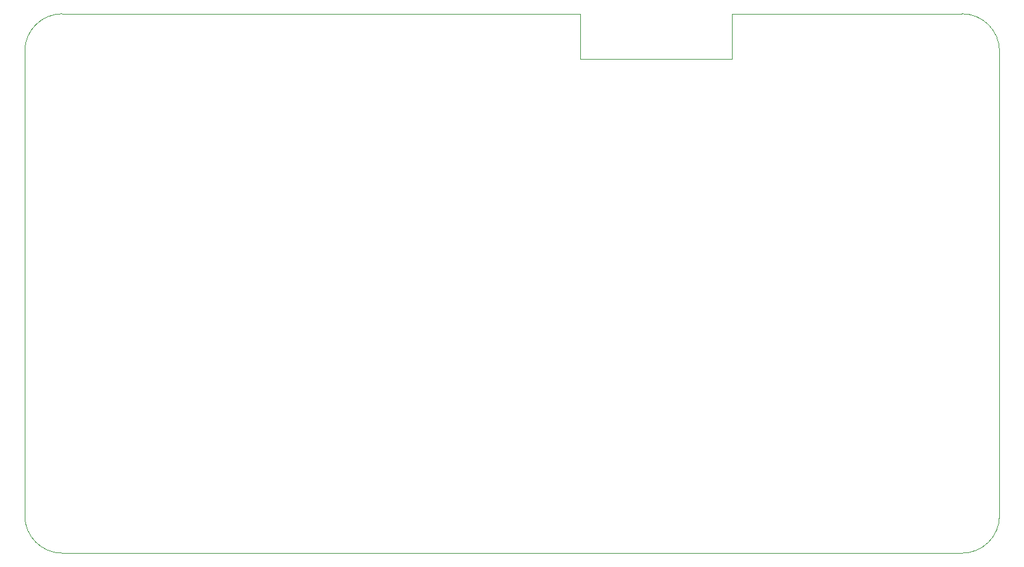
<source format=gbr>
%TF.GenerationSoftware,KiCad,Pcbnew,7.0.9*%
%TF.CreationDate,2023-12-31T09:39:46+02:00*%
%TF.ProjectId,RainMaker,5261696e-4d61-46b6-9572-2e6b69636164,rev?*%
%TF.SameCoordinates,Original*%
%TF.FileFunction,Profile,NP*%
%FSLAX46Y46*%
G04 Gerber Fmt 4.6, Leading zero omitted, Abs format (unit mm)*
G04 Created by KiCad (PCBNEW 7.0.9) date 2023-12-31 09:39:46*
%MOMM*%
%LPD*%
G01*
G04 APERTURE LIST*
%TA.AperFunction,Profile*%
%ADD10C,0.100000*%
%TD*%
G04 APERTURE END LIST*
D10*
X175000000Y-122000000D02*
G75*
G03*
X180000000Y-117000000I0J5000000D01*
G01*
X124100000Y-56050000D02*
X144300000Y-56050000D01*
X180000000Y-55000000D02*
G75*
G03*
X175000000Y-50000000I-5000000J0D01*
G01*
X144300000Y-56050000D02*
X144300000Y-50000000D01*
X55000000Y-50000000D02*
X124100000Y-50000000D01*
X55000000Y-50000000D02*
G75*
G03*
X50000000Y-55000000I0J-5000000D01*
G01*
X50000000Y-117000000D02*
G75*
G03*
X55000000Y-122000000I5000000J0D01*
G01*
X175000000Y-50000000D02*
X144300000Y-50000000D01*
X124100000Y-50000000D02*
X124100000Y-56050000D01*
X180000000Y-55000000D02*
X180000000Y-117000000D01*
X50000000Y-55000000D02*
X50000000Y-117000000D01*
X55000000Y-122000000D02*
X175000000Y-122000000D01*
M02*

</source>
